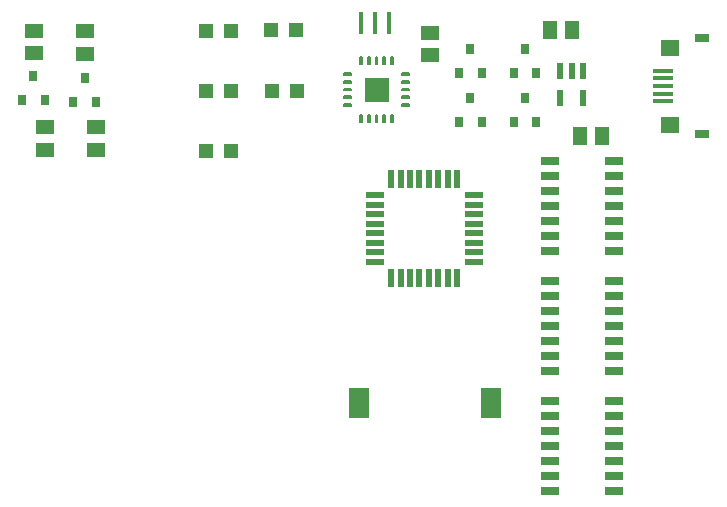
<source format=gbr>
G04 EAGLE Gerber RS-274X export*
G75*
%MOMM*%
%FSLAX34Y34*%
%LPD*%
%INSolderpaste Top*%
%IPPOS*%
%AMOC8*
5,1,8,0,0,1.08239X$1,22.5*%
G01*
%ADD10R,1.500000X1.300000*%
%ADD11R,1.300000X1.500000*%
%ADD12R,1.525000X0.650000*%
%ADD13R,1.200000X1.200000*%
%ADD14R,0.787400X0.889000*%
%ADD15R,0.580000X1.390000*%
%ADD16R,2.060000X2.060000*%
%ADD17C,0.160000*%
%ADD18R,0.550000X1.600000*%
%ADD19R,1.600000X0.550000*%
%ADD20R,1.803400X2.590800*%
%ADD21R,0.400000X1.900000*%
%ADD22R,1.499997X1.400047*%
%ADD23R,1.799997X0.400000*%
%ADD24R,1.270000X0.635000*%


D10*
X380400Y395800D03*
X380400Y414800D03*
D11*
X506700Y327900D03*
X525700Y327900D03*
X481700Y417000D03*
X500700Y417000D03*
D12*
X481680Y103100D03*
X481680Y90400D03*
X481680Y77700D03*
X481680Y65000D03*
X481680Y52300D03*
X481680Y39600D03*
X481680Y26900D03*
X535920Y26900D03*
X535920Y39600D03*
X535920Y52300D03*
X535920Y65000D03*
X535920Y77700D03*
X535920Y90400D03*
X535920Y103100D03*
X481680Y204700D03*
X481680Y192000D03*
X481680Y179300D03*
X481680Y166600D03*
X481680Y153900D03*
X481680Y141200D03*
X481680Y128500D03*
X535920Y128500D03*
X535920Y141200D03*
X535920Y153900D03*
X535920Y166600D03*
X535920Y179300D03*
X535920Y192000D03*
X535920Y204700D03*
X535920Y230100D03*
X535920Y242800D03*
X535920Y255500D03*
X535920Y268200D03*
X535920Y280900D03*
X535920Y293600D03*
X535920Y306300D03*
X481680Y306300D03*
X481680Y293600D03*
X481680Y280900D03*
X481680Y268200D03*
X481680Y255500D03*
X481680Y242800D03*
X481680Y230100D03*
D13*
X245400Y417000D03*
X266400Y417000D03*
X211200Y314800D03*
X190200Y314800D03*
X211200Y365600D03*
X190200Y365600D03*
X211200Y416400D03*
X190200Y416400D03*
X246400Y365500D03*
X267400Y365500D03*
D10*
X87600Y397300D03*
X87600Y416300D03*
X97500Y335100D03*
X97500Y316100D03*
X44400Y397400D03*
X44400Y416400D03*
X54300Y335000D03*
X54300Y316000D03*
D14*
X404694Y339040D03*
X423998Y339040D03*
X414346Y359360D03*
X450894Y380740D03*
X470198Y380740D03*
X460546Y401060D03*
X450894Y339040D03*
X470198Y339040D03*
X460546Y359360D03*
X404694Y380740D03*
X423998Y380740D03*
X414346Y401060D03*
X78094Y356640D03*
X97398Y356640D03*
X87746Y376960D03*
X34594Y358240D03*
X53898Y358240D03*
X44246Y378560D03*
D15*
X509400Y382950D03*
X499900Y382950D03*
X490400Y382950D03*
X490400Y359650D03*
X509400Y359650D03*
D16*
X334800Y366900D03*
D17*
X322600Y345650D02*
X322600Y339150D01*
X321000Y339150D01*
X321000Y345650D01*
X322600Y345650D01*
X322600Y340670D02*
X321000Y340670D01*
X321000Y342190D02*
X322600Y342190D01*
X322600Y343710D02*
X321000Y343710D01*
X321000Y345230D02*
X322600Y345230D01*
X329100Y345650D02*
X329100Y339150D01*
X327500Y339150D01*
X327500Y345650D01*
X329100Y345650D01*
X329100Y340670D02*
X327500Y340670D01*
X327500Y342190D02*
X329100Y342190D01*
X329100Y343710D02*
X327500Y343710D01*
X327500Y345230D02*
X329100Y345230D01*
X335600Y345650D02*
X335600Y339150D01*
X334000Y339150D01*
X334000Y345650D01*
X335600Y345650D01*
X335600Y340670D02*
X334000Y340670D01*
X334000Y342190D02*
X335600Y342190D01*
X335600Y343710D02*
X334000Y343710D01*
X334000Y345230D02*
X335600Y345230D01*
X342100Y345650D02*
X342100Y339150D01*
X340500Y339150D01*
X340500Y345650D01*
X342100Y345650D01*
X342100Y340670D02*
X340500Y340670D01*
X340500Y342190D02*
X342100Y342190D01*
X342100Y343710D02*
X340500Y343710D01*
X340500Y345230D02*
X342100Y345230D01*
X348600Y345650D02*
X348600Y339150D01*
X347000Y339150D01*
X347000Y345650D01*
X348600Y345650D01*
X348600Y340670D02*
X347000Y340670D01*
X347000Y342190D02*
X348600Y342190D01*
X348600Y343710D02*
X347000Y343710D01*
X347000Y345230D02*
X348600Y345230D01*
X348600Y388150D02*
X348600Y394650D01*
X348600Y388150D02*
X347000Y388150D01*
X347000Y394650D01*
X348600Y394650D01*
X348600Y389670D02*
X347000Y389670D01*
X347000Y391190D02*
X348600Y391190D01*
X348600Y392710D02*
X347000Y392710D01*
X347000Y394230D02*
X348600Y394230D01*
X342100Y394650D02*
X342100Y388150D01*
X340500Y388150D01*
X340500Y394650D01*
X342100Y394650D01*
X342100Y389670D02*
X340500Y389670D01*
X340500Y391190D02*
X342100Y391190D01*
X342100Y392710D02*
X340500Y392710D01*
X340500Y394230D02*
X342100Y394230D01*
X335600Y394650D02*
X335600Y388150D01*
X334000Y388150D01*
X334000Y394650D01*
X335600Y394650D01*
X335600Y389670D02*
X334000Y389670D01*
X334000Y391190D02*
X335600Y391190D01*
X335600Y392710D02*
X334000Y392710D01*
X334000Y394230D02*
X335600Y394230D01*
X329100Y394650D02*
X329100Y388150D01*
X327500Y388150D01*
X327500Y394650D01*
X329100Y394650D01*
X329100Y389670D02*
X327500Y389670D01*
X327500Y391190D02*
X329100Y391190D01*
X329100Y392710D02*
X327500Y392710D01*
X327500Y394230D02*
X329100Y394230D01*
X322600Y394650D02*
X322600Y388150D01*
X321000Y388150D01*
X321000Y394650D01*
X322600Y394650D01*
X322600Y389670D02*
X321000Y389670D01*
X321000Y391190D02*
X322600Y391190D01*
X322600Y392710D02*
X321000Y392710D01*
X321000Y394230D02*
X322600Y394230D01*
X313550Y379100D02*
X307050Y379100D01*
X307050Y380700D01*
X313550Y380700D01*
X313550Y379100D01*
X313550Y380620D02*
X307050Y380620D01*
X307050Y372600D02*
X313550Y372600D01*
X307050Y372600D02*
X307050Y374200D01*
X313550Y374200D01*
X313550Y372600D01*
X313550Y374120D02*
X307050Y374120D01*
X307050Y366100D02*
X313550Y366100D01*
X307050Y366100D02*
X307050Y367700D01*
X313550Y367700D01*
X313550Y366100D01*
X313550Y367620D02*
X307050Y367620D01*
X307050Y359600D02*
X313550Y359600D01*
X307050Y359600D02*
X307050Y361200D01*
X313550Y361200D01*
X313550Y359600D01*
X313550Y361120D02*
X307050Y361120D01*
X307050Y353100D02*
X313550Y353100D01*
X307050Y353100D02*
X307050Y354700D01*
X313550Y354700D01*
X313550Y353100D01*
X313550Y354620D02*
X307050Y354620D01*
X356050Y353100D02*
X362550Y353100D01*
X356050Y353100D02*
X356050Y354700D01*
X362550Y354700D01*
X362550Y353100D01*
X362550Y354620D02*
X356050Y354620D01*
X356050Y359600D02*
X362550Y359600D01*
X356050Y359600D02*
X356050Y361200D01*
X362550Y361200D01*
X362550Y359600D01*
X362550Y361120D02*
X356050Y361120D01*
X356050Y366100D02*
X362550Y366100D01*
X356050Y366100D02*
X356050Y367700D01*
X362550Y367700D01*
X362550Y366100D01*
X362550Y367620D02*
X356050Y367620D01*
X356050Y372600D02*
X362550Y372600D01*
X356050Y372600D02*
X356050Y374200D01*
X362550Y374200D01*
X362550Y372600D01*
X362550Y374120D02*
X356050Y374120D01*
X356050Y379100D02*
X362550Y379100D01*
X356050Y379100D02*
X356050Y380700D01*
X362550Y380700D01*
X362550Y379100D01*
X362550Y380620D02*
X356050Y380620D01*
D18*
X403100Y291000D03*
X395100Y291000D03*
X387100Y291000D03*
X379100Y291000D03*
X371100Y291000D03*
X363100Y291000D03*
X355100Y291000D03*
X347100Y291000D03*
D19*
X333300Y277200D03*
X333300Y269200D03*
X333300Y261200D03*
X333300Y253200D03*
X333300Y245200D03*
X333300Y237200D03*
X333300Y229200D03*
X333300Y221200D03*
D18*
X347100Y207400D03*
X355100Y207400D03*
X363100Y207400D03*
X371100Y207400D03*
X379100Y207400D03*
X387100Y207400D03*
X395100Y207400D03*
X403100Y207400D03*
D19*
X416900Y221200D03*
X416900Y229200D03*
X416900Y237200D03*
X416900Y245200D03*
X416900Y253200D03*
X416900Y261200D03*
X416900Y269200D03*
X416900Y277200D03*
D20*
X319793Y101843D03*
X431807Y101843D03*
D21*
X321250Y422800D03*
X333250Y422800D03*
X345250Y422800D03*
D22*
X583346Y337241D03*
D23*
X577545Y356776D03*
D24*
X610755Y410489D03*
X610755Y328991D03*
D23*
X577545Y363278D03*
X577545Y369781D03*
X577545Y376283D03*
X577545Y382785D03*
D22*
X583346Y402239D03*
M02*

</source>
